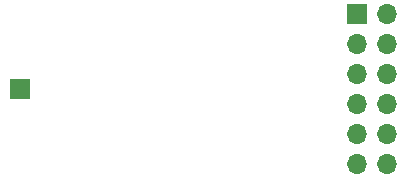
<source format=gbr>
%TF.GenerationSoftware,KiCad,Pcbnew,7.0.1*%
%TF.CreationDate,2023-04-28T09:36:00+02:00*%
%TF.ProjectId,RC_STLP2_ANT,52435f53-544c-4503-925f-414e542e6b69,rev?*%
%TF.SameCoordinates,Original*%
%TF.FileFunction,Soldermask,Bot*%
%TF.FilePolarity,Negative*%
%FSLAX46Y46*%
G04 Gerber Fmt 4.6, Leading zero omitted, Abs format (unit mm)*
G04 Created by KiCad (PCBNEW 7.0.1) date 2023-04-28 09:36:00*
%MOMM*%
%LPD*%
G01*
G04 APERTURE LIST*
%ADD10R,1.700000X1.700000*%
%ADD11O,1.700000X1.700000*%
G04 APERTURE END LIST*
D10*
%TO.C,J1*%
X149860000Y-43180000D03*
D11*
X152400000Y-43180000D03*
X149860000Y-45720000D03*
X152400000Y-45720000D03*
X149860000Y-48260000D03*
X152400000Y-48260000D03*
X149860000Y-50800000D03*
X152400000Y-50800000D03*
X149860000Y-53340000D03*
X152400000Y-53340000D03*
X149860000Y-55880000D03*
X152400000Y-55880000D03*
%TD*%
D10*
%TO.C,J2*%
X121285000Y-49530000D03*
%TD*%
M02*

</source>
